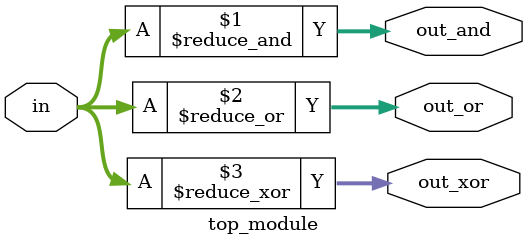
<source format=v>
module top_module(
    input [3:0] in,   // 4 input wires combined together as a single vector
    output [3:0] out_and,
    output [3:0] out_or,
    output [3:0] out_xor);
    assign out_and = &in;   // bit-wise and logical operators can also be used on a single vector
    assign out_or = |in;
    assign out_xor = ^in;
endmodule
</source>
